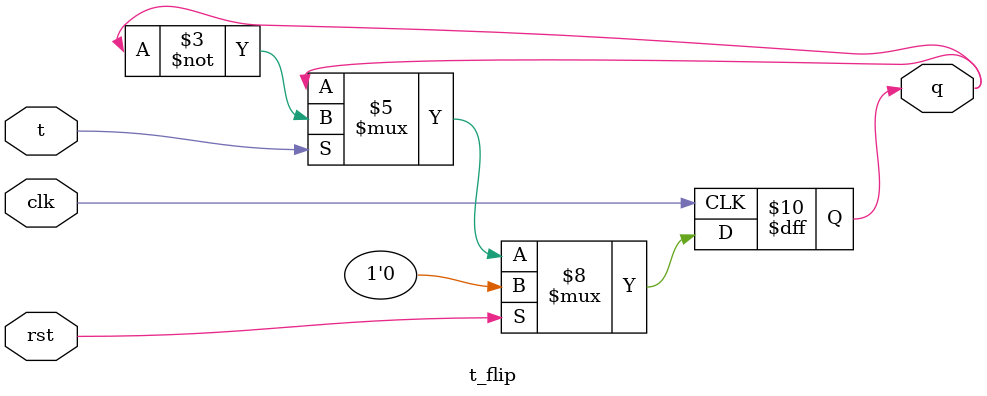
<source format=v>
module t_flip(input t,clk,rst,output reg q);
  always @(posedge clk)begin
    if(rst)
      q<=0;
    else if(t==0)
      q<=q;
    else
      q<=~q;
  end
endmodule

</source>
